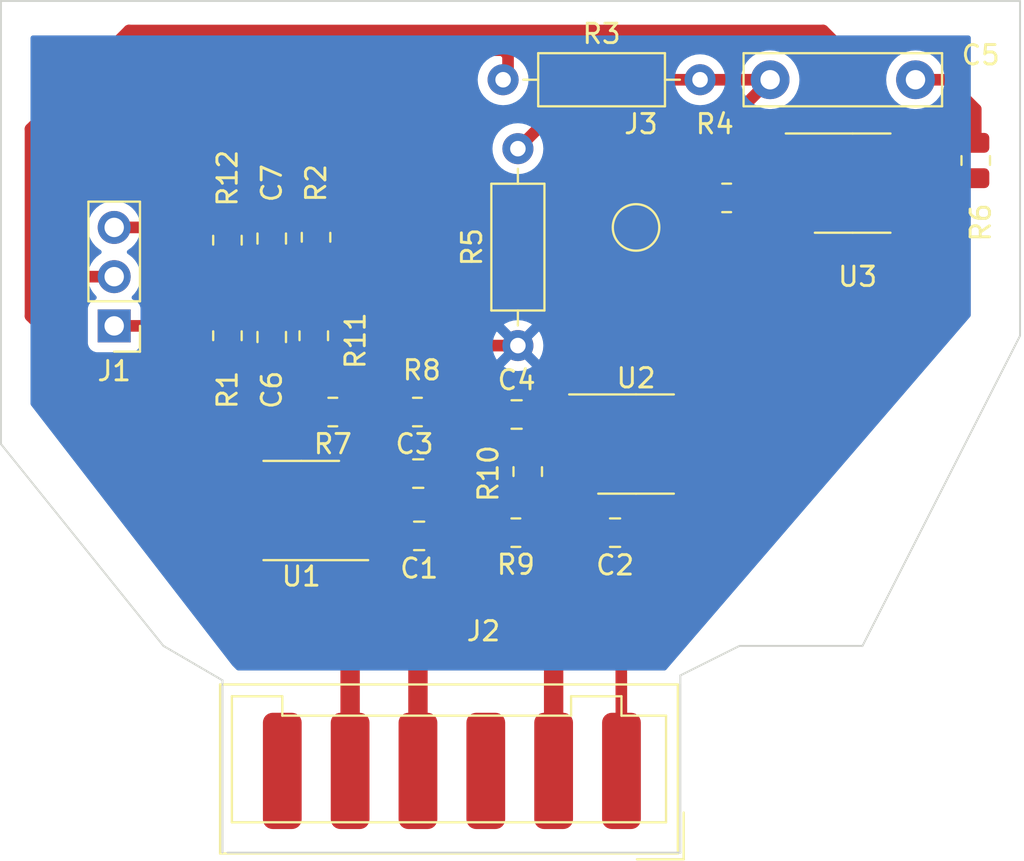
<source format=kicad_pcb>
(kicad_pcb (version 20211014) (generator pcbnew)
  (layers (0 "F.Cu" signal) (31 "B.Cu" signal) (34 "B.Paste" user) (35 "F.Paste" user) (36 "B.SilkS" user "B.Silkscreen") (37 "F.SilkS" user "F.Silkscreen") (38 "B.Mask" user) (39 "F.Mask" user) (44 "Edge.Cuts" user))
  (net 0 "")
  (net 1 "/C")
  (net 2 "Net-(C1-Pad2)")
  (net 3 "Net-(C2-Pad1)")
  (net 4 "Net-(C3-Pad2)")
  (net 5 "Net-(C4-Pad1)")
  (net 6 "Net-(C5-Pad1)")
  (net 7 "Net-(C5-Pad2)")
  (net 8 "Net-(C6-Pad2)")
  (net 9 "Net-(C7-Pad1)")
  (net 10 "Net-(J1-Pad2)")
  (net 11 "Net-(J2-Pad1)")
  (net 14 "Net-(J3-Pad1)")
  (net 15 "Net-(R4-Pad2)")
  (net 16 "Net-(R7-Pad1)")
  (net 17 "Net-(R10-Pad2)")
  (footprint "Resistor_THT:R_Axial_DIN0207_L6.3mm_D2.5mm_P10.16mm_Horizontal" (layer "F.Cu") (at 134.874 109.22)
    (fp_text reference "R3" (at 5.08 -2.37) (layer "F.SilkS"))
    (fp_text value "1Meg")
    (fp_line (start 1.81 1.37) (end 8.35 1.37) (layer "F.SilkS") (width 0.12))
    (fp_line (start 1.81 -1.37) (end 1.81 1.37) (layer "F.SilkS") (width 0.12))
    (fp_line (start 8.35 -1.37) (end 1.81 -1.37) (layer "F.SilkS") (width 0.12))
    (fp_line (start 1.04 0) (end 1.81 0) (layer "F.SilkS") (width 0.12))
    (fp_line (start 8.35 1.37) (end 8.35 -1.37) (layer "F.SilkS") (width 0.12))
    (fp_line (start 9.12 0) (end 8.35 0) (layer "F.SilkS") (width 0.12))
    (pad "1" thru_hole circle (at 0 0) (size 1.6 1.6) (drill 0.8) (layers *.Cu *.Mask) (net 10 "Net-(J1-Pad2)"))
    (pad "2" thru_hole oval (at 10.16 0) (size 1.6 1.6) (drill 0.8) (layers *.Cu *.Mask) (net 7 "Net-(C5-Pad2)"))
  )
  (footprint "Capacitor_SMD:C_0805_2012Metric" (layer "F.Cu") (at 140.65 132.588 180)
    (fp_text reference "C2" (at 0 -1.68) (layer "F.SilkS"))
    (fp_text value "100n")
    (fp_line (start -0.261252 -0.735) (end 0.261252 -0.735) (layer "F.SilkS") (width 0.12))
    (fp_line (start -0.261252 0.735) (end 0.261252 0.735) (layer "F.SilkS") (width 0.12))
    (pad "1" smd roundrect (at -0.95 0 180) (size 1 1.45) (layers "F.Cu" "F.Paste" "F.Mask") (net 3 "Net-(C2-Pad1)"))
    (pad "2" smd roundrect (at 0.95 0 180) (size 1 1.45) (layers "F.Cu" "F.Paste" "F.Mask") (net 1 "/C"))
  )
  (footprint "Resistor_SMD:R_0805_2012Metric" (layer "F.Cu") (at 120.65 122.428 -90)
    (fp_text reference "R1" (at 2.794 0 90) (layer "F.SilkS"))
    (fp_text value "10k")
    (fp_line (start -0.227064 -0.735) (end 0.227064 -0.735) (layer "F.SilkS") (width 0.12))
    (fp_line (start -0.227064 0.735) (end 0.227064 0.735) (layer "F.SilkS") (width 0.12))
    (pad "1" smd roundrect (at -0.9125 0 270) (size 1.025 1.4) (layers "F.Cu" "F.Paste" "F.Mask") (roundrect_rratio 0.243902439) (net 8 "Net-(C6-Pad2)"))
    (pad "2" smd roundrect (at 0.9125 0 270) (size 1.025 1.4) (layers "F.Cu" "F.Paste" "F.Mask") (roundrect_rratio 0.243902439) (net 4 "Net-(C3-Pad2)"))
  )
  (footprint "Capacitor_SMD:C_0805_2012Metric" (layer "F.Cu") (at 122.936 117.414 -90)
    (fp_text reference "C7" (at -2.86 0 90) (layer "F.SilkS"))
    (fp_text value "10n")
    (fp_line (start -0.261252 0.735) (end 0.261252 0.735) (layer "F.SilkS") (width 0.12))
    (fp_line (start -0.261252 -0.735) (end 0.261252 -0.735) (layer "F.SilkS") (width 0.12))
    (pad "1" smd roundrect (at -0.95 0 270) (size 1 1.45) (layers "F.Cu" "F.Paste" "F.Mask") (net 9 "Net-(C7-Pad1)"))
    (pad "2" smd roundrect (at 0.95 0 270) (size 1 1.45) (layers "F.Cu" "F.Paste" "F.Mask") (net 1 "/C"))
  )
  (footprint "Resistor_SMD:R_0805_2012Metric" (layer "F.Cu") (at 159.258 113.3875 90)
    (fp_text reference "R6" (at -3.1985 0.254 90) (layer "F.SilkS"))
    (fp_text value "22k")
    (fp_line (start -0.227064 -0.735) (end 0.227064 -0.735) (layer "F.SilkS") (width 0.12))
    (fp_line (start -0.227064 0.735) (end 0.227064 0.735) (layer "F.SilkS") (width 0.12))
    (pad "1" smd roundrect (at -0.9125 0 90) (size 1.025 1.4) (layers "F.Cu" "F.Paste" "F.Mask") (roundrect_rratio 0.243902439) (net 11 "Net-(J2-Pad1)"))
    (pad "2" smd roundrect (at 0.9125 0 90) (size 1.025 1.4) (layers "F.Cu" "F.Paste" "F.Mask") (roundrect_rratio 0.243902439) (net 6 "Net-(C5-Pad1)"))
  )
  (footprint "Resistor_THT:R_Axial_DIN0207_L6.3mm_D2.5mm_P10.16mm_Horizontal" (layer "F.Cu") (at 135.636 122.936 90)
    (fp_text reference "R5" (at 5.08 -2.37 90) (layer "F.SilkS"))
    (fp_text value "100k")
    (fp_line (start 1.04 0) (end 1.81 0) (layer "F.SilkS") (width 0.12))
    (fp_line (start 1.81 -1.37) (end 1.81 1.37) (layer "F.SilkS") (width 0.12))
    (fp_line (start 1.81 1.37) (end 8.35 1.37) (layer "F.SilkS") (width 0.12))
    (fp_line (start 9.12 0) (end 8.35 0) (layer "F.SilkS") (width 0.12))
    (fp_line (start 8.35 -1.37) (end 1.81 -1.37) (layer "F.SilkS") (width 0.12))
    (fp_line (start 8.35 1.37) (end 8.35 -1.37) (layer "F.SilkS") (width 0.12))
    (pad "1" thru_hole circle (at 0 0 90) (size 1.6 1.6) (drill 0.8) (layers *.Cu *.Mask) (net 1 "/C"))
    (pad "2" thru_hole oval (at 10.16 0 90) (size 1.6 1.6) (drill 0.8) (layers *.Cu *.Mask) (net 7 "Net-(C5-Pad2)"))
  )
  (footprint "Resistor_SMD:R_0805_2012Metric" (layer "F.Cu") (at 120.65 117.4985 -90)
    (fp_text reference "R12" (at -3.1985 0 90) (layer "F.SilkS"))
    (fp_text value "270")
    (fp_line (start -0.227064 0.735) (end 0.227064 0.735) (layer "F.SilkS") (width 0.12))
    (fp_line (start -0.227064 -0.735) (end 0.227064 -0.735) (layer "F.SilkS") (width 0.12))
    (pad "1" smd roundrect (at -0.9125 0 270) (size 1.025 1.4) (layers "F.Cu" "F.Paste" "F.Mask") (roundrect_rratio 0.243902439) (net 9 "Net-(C7-Pad1)"))
    (pad "2" smd roundrect (at 0.9125 0 270) (size 1.025 1.4) (layers "F.Cu" "F.Paste" "F.Mask") (roundrect_rratio 0.243902439) (net 1 "/C"))
  )
  (footprint "Package_SO:SOIC-8_3.9x4.9mm_P1.27mm" (layer "F.Cu") (at 152.908 114.554)
    (fp_text reference "U3" (at 0.254 4.826) (layer "F.SilkS"))
    (fp_text value "LMC6081")
    (fp_line (start 0 -2.56) (end 1.95 -2.56) (layer "F.SilkS") (width 0.12))
    (fp_line (start 0 2.56) (end -1.95 2.56) (layer "F.SilkS") (width 0.12))
    (fp_line (start 0 2.56) (end 1.95 2.56) (layer "F.SilkS") (width 0.12))
    (fp_line (start 0 -2.56) (end -3.45 -2.56) (layer "F.SilkS") (width 0.12))
    (pad "1" smd roundrect (at -2.475 -1.905) (size 1.95 0.6) (layers "F.Cu" "F.Paste" "F.Mask"))
    (pad "2" smd roundrect (at -2.475 -0.635) (size 1.95 0.6) (layers "F.Cu" "F.Paste" "F.Mask") (net 7 "Net-(C5-Pad2)"))
    (pad "3" smd roundrect (at -2.475 0.635) (size 1.95 0.6) (layers "F.Cu" "F.Paste" "F.Mask") (net 15 "Net-(R4-Pad2)"))
    (pad "4" smd roundrect (at -2.475 1.905) (size 1.95 0.6) (layers "F.Cu" "F.Paste" "F.Mask") (net 5 "Net-(C4-Pad1)"))
    (pad "5" smd roundrect (at 2.475 1.905) (size 1.95 0.6) (layers "F.Cu" "F.Paste" "F.Mask"))
    (pad "6" smd roundrect (at 2.475 0.635) (size 1.95 0.6) (layers "F.Cu" "F.Paste" "F.Mask") (net 11 "Net-(J2-Pad1)"))
    (pad "7" smd roundrect (at 2.475 -0.635) (size 1.95 0.6) (layers "F.Cu" "F.Paste" "F.Mask") (net 4 "Net-(C3-Pad2)"))
    (pad "8" smd roundrect (at 2.475 -1.905) (size 1.95 0.6) (layers "F.Cu" "F.Paste" "F.Mask"))
  )
  (footprint "Resistor_SMD:R_0805_2012Metric" (layer "F.Cu") (at 136.144 129.4365 -90)
    (fp_text reference "R10" (at 0.1035 2.032 90) (layer "F.SilkS"))
    (fp_text value "1000")
    (fp_line (start -0.227064 -0.735) (end 0.227064 -0.735) (layer "F.SilkS") (width 0.12))
    (fp_line (start -0.227064 0.735) (end 0.227064 0.735) (layer "F.SilkS") (width 0.12))
    (pad "1" smd roundrect (at -0.9125 0 270) (size 1.025 1.4) (layers "F.Cu" "F.Paste" "F.Mask") (roundrect_rratio 0.243902439) (net 5 "Net-(C4-Pad1)"))
    (pad "2" smd roundrect (at 0.9125 0 270) (size 1.025 1.4) (layers "F.Cu" "F.Paste" "F.Mask") (roundrect_rratio 0.243902439) (net 17 "Net-(R10-Pad2)"))
  )
  (footprint "Capacitor_SMD:C_0805_2012Metric" (layer "F.Cu") (at 122.936 122.494 90)
    (fp_text reference "C6" (at -2.728 0 90) (layer "F.SilkS"))
    (fp_text value "10n")
    (fp_line (start -0.261252 -0.735) (end 0.261252 -0.735) (layer "F.SilkS") (width 0.12))
    (fp_line (start -0.261252 0.735) (end 0.261252 0.735) (layer "F.SilkS") (width 0.12))
    (pad "1" smd roundrect (at -0.95 0 90) (size 1 1.45) (layers "F.Cu" "F.Paste" "F.Mask") (net 1 "/C"))
    (pad "2" smd roundrect (at 0.95 0 90) (size 1 1.45) (layers "F.Cu" "F.Paste" "F.Mask") (net 8 "Net-(C6-Pad2)"))
  )
  (footprint "Resistor_SMD:R_0805_2012Metric" (layer "F.Cu") (at 130.4525 126.365 180)
    (fp_text reference "R8" (at -0.227064 2.159) (layer "F.SilkS"))
    (fp_text value "4700")
    (fp_line (start -0.227064 0.735) (end 0.227064 0.735) (layer "F.SilkS") (width 0.12))
    (fp_line (start -0.227064 -0.735) (end 0.227064 -0.735) (layer "F.SilkS") (width 0.12))
    (pad "1" smd roundrect (at -0.9125 0 180) (size 1.025 1.4) (layers "F.Cu" "F.Paste" "F.Mask") (roundrect_rratio 0.243902439) (net 1 "/C"))
    (pad "2" smd roundrect (at 0.9125 0 180) (size 1.025 1.4) (layers "F.Cu" "F.Paste" "F.Mask") (roundrect_rratio 0.243902439) (net 16 "Net-(R7-Pad1)"))
  )
  (footprint "TestPoint:TestPoint_Pad_D2.0mm" (layer "F.Cu") (at 141.732 116.84)
    (fp_text reference "J3" (at 0.254 -5.334) (layer "F.SilkS"))
    (fp_text value "Air_Pin")
    (fp_circle (center 0 0) (end 0 1.2) (layer "F.SilkS") (width 0.12) (fill none))
    (pad "1" smd circle (at 0 0) (size 2 2) (layers "F.Cu" "F.Mask") (net 14 "Net-(J3-Pad1)"))
  )
  (footprint "Resistor_SMD:R_0805_2012Metric" (layer "F.Cu") (at 126.0875 126.365 180)
    (fp_text reference "R7" (at 0 -1.65) (layer "F.SilkS"))
    (fp_text value "1000")
    (fp_line (start -0.227064 -0.735) (end 0.227064 -0.735) (layer "F.SilkS") (width 0.12))
    (fp_line (start -0.227064 0.735) (end 0.227064 0.735) (layer "F.SilkS") (width 0.12))
    (pad "1" smd roundrect (at -0.9125 0 180) (size 1.025 1.4) (layers "F.Cu" "F.Paste" "F.Mask") (roundrect_rratio 0.243902439) (net 16 "Net-(R7-Pad1)"))
    (pad "2" smd roundrect (at 0.9125 0 180) (size 1.025 1.4) (layers "F.Cu" "F.Paste" "F.Mask") (roundrect_rratio 0.243902439) (net 4 "Net-(C3-Pad2)"))
  )
  (footprint "Resistor_SMD:R_0805_2012Metric" (layer "F.Cu") (at 146.4075 115.316)
    (fp_text reference "R4" (at -0.6115 -3.81) (layer "F.SilkS"))
    (fp_text value "100k")
    (fp_line (start -0.227064 -0.735) (end 0.227064 -0.735) (layer "F.SilkS") (width 0.12))
    (fp_line (start -0.227064 0.735) (end 0.227064 0.735) (layer "F.SilkS") (width 0.12))
    (pad "1" smd roundrect (at -0.9125 0) (size 1.025 1.4) (layers "F.Cu" "F.Paste" "F.Mask") (roundrect_rratio 0.243902439) (net 14 "Net-(J3-Pad1)"))
    (pad "2" smd roundrect (at 0.9125 0) (size 1.025 1.4) (layers "F.Cu" "F.Paste" "F.Mask") (roundrect_rratio 0.243902439) (net 15 "Net-(R4-Pad2)"))
  )
  (footprint "Capacitor_SMD:C_0805_2012Metric" (layer "F.Cu") (at 130.495 129.54 180)
    (fp_text reference "C3" (at 0.193 1.524) (layer "F.SilkS"))
    (fp_text value "100n")
    (fp_line (start -0.261252 0.735) (end 0.261252 0.735) (layer "F.SilkS") (width 0.12))
    (fp_line (start -0.261252 -0.735) (end 0.261252 -0.735) (layer "F.SilkS") (width 0.12))
    (pad "1" smd roundrect (at -0.95 0 180) (size 1 1.45) (layers "F.Cu" "F.Paste" "F.Mask") (net 1 "/C"))
    (pad "2" smd roundrect (at 0.95 0 180) (size 1 1.45) (layers "F.Cu" "F.Paste" "F.Mask") (net 4 "Net-(C3-Pad2)"))
  )
  (footprint "Capacitor_SMD:C_0805_2012Metric" (layer "F.Cu") (at 130.541252 132.753748 180)
    (fp_text reference "C1" (at 0 -1.68) (layer "F.SilkS"))
    (fp_text value "100n")
    (fp_line (start -0.261252 0.735) (end 0.261252 0.735) (layer "F.SilkS") (width 0.12))
    (fp_line (start -0.261252 -0.735) (end 0.261252 -0.735) (layer "F.SilkS") (width 0.12))
    (pad "1" smd roundrect (at -0.95 0 180) (size 1 1.45) (layers "F.Cu" "F.Paste" "F.Mask") (net 1 "/C"))
    (pad "2" smd roundrect (at 0.95 0 180) (size 1 1.45) (layers "F.Cu" "F.Paste" "F.Mask") (net 2 "Net-(C1-Pad2)"))
  )
  (footprint "Connector_Wago:Wago_734-136_1x06_P3.50mm_Vertical" (layer "F.Cu") (at 140.98 144.88 180)
    (fp_text reference "J2" (at 7.122 7.212) (layer "F.SilkS"))
    (fp_text value "Edge_J104")
    (fp_line (start 17.5 2.85) (end 17.5 3.85) (layer "F.SilkS") (width 0.12))
    (fp_line (start 0 3.85) (end 2.6 3.85) (layer "F.SilkS") (width 0.12))
    (fp_line (start 17.5 3.85) (end 20.1 3.85) (layer "F.SilkS") (width 0.12))
    (fp_line (start 20.71 -4.26) (end -2.91 -4.26) (layer "F.SilkS") (width 0.12))
    (fp_line (start -2.3 2.85) (end 0 2.85) (layer "F.SilkS") (width 0.12))
    (fp_line (start 20.1 -2.65) (end -2.3 -2.65) (layer "F.SilkS") (width 0.12))
    (fp_line (start 20.71 4.46) (end 20.71 -4.26) (layer "F.SilkS") (width 0.12))
    (fp_line (start -3.21 -2.15) (end -3.21 -4.56) (layer "F.SilkS") (width 0.12))
    (fp_line (start -2.91 -4.26) (end -2.91 4.46) (layer "F.SilkS") (width 0.12))
    (fp_line (start -2.3 -2.65) (end -2.3 2.85) (layer "F.SilkS") (width 0.12))
    (fp_line (start 2.6 3.85) (end 2.6 2.85) (layer "F.SilkS") (width 0.12))
    (fp_line (start 2.6 2.85) (end 17.5 2.85) (layer "F.SilkS") (width 0.12))
    (fp_line (start 20.1 3.85) (end 20.1 -2.65) (layer "F.SilkS") (width 0.12))
    (fp_line (start -3.21 -4.56) (end -0.8 -4.56) (layer "F.SilkS") (width 0.12))
    (fp_line (start -2.91 4.46) (end 20.71 4.46) (layer "F.SilkS") (width 0.12))
    (fp_line (start 0 2.85) (end 0 3.85) (layer "F.SilkS") (width 0.12))
    (pad "1" smd roundrect (at 0 0 180) (size 2 6) (layers "F.Cu" "F.Paste" "F.Mask") (net 11 "Net-(J2-Pad1)"))
    (pad "2" smd roundrect (at 3.5 0 180) (size 2 6) (layers "F.Cu" "F.Paste" "F.Mask") (net 3 "Net-(C2-Pad1)"))
    (pad "3" smd roundrect (at 7 0 180) (size 2 6) (layers "F.Cu" "F.Paste" "F.Mask"))
    (pad "4" smd roundrect (at 10.5 0 180) (size 2 6) (layers "F.Cu" "F.Paste" "F.Mask") (net 1 "/C"))
    (pad "5" smd roundrect (at 14 0 180) (size 2 6) (layers "F.Cu" "F.Paste" "F.Mask") (net 2 "Net-(C1-Pad2)"))
    (pad "6" smd roundrect (at 17.5 0 180) (size 2 6) (layers "F.Cu" "F.Paste" "F.Mask"))
  )
  (footprint "Resistor_SMD:R_0805_2012Metric" (layer "F.Cu") (at 125.222 117.348 90)
    (fp_text reference "R2" (at 2.794 0 90) (layer "F.SilkS"))
    (fp_text value "10k")
    (fp_line (start -0.227064 0.735) (end 0.227064 0.735) (layer "F.SilkS") (width 0.12))
    (fp_line (start -0.227064 -0.735) (end 0.227064 -0.735) (layer "F.SilkS") (width 0.12))
    (pad "1" smd roundrect (at -0.9125 0 90) (size 1.025 1.4) (layers "F.Cu" "F.Paste" "F.Mask") (roundrect_rratio 0.243902439) (net 5 "Net-(C4-Pad1)"))
    (pad "2" smd roundrect (at 0.9125 0 90) (size 1.025 1.4) (layers "F.Cu" "F.Paste" "F.Mask") (roundrect_rratio 0.243902439) (net 9 "Net-(C7-Pad1)"))
  )
  (footprint "Package_SO:SOIC-8_3.9x4.9mm_P1.27mm" (layer "F.Cu") (at 141.732 128.016)
    (fp_text reference "U2" (at 0 -3.4) (layer "F.SilkS"))
    (fp_text value "LM337L_SO8")
    (fp_line (start 0 -2.56) (end 1.95 -2.56) (layer "F.SilkS") (width 0.12))
    (fp_line (start 0 2.56) (end 1.95 2.56) (layer "F.SilkS") (width 0.12))
    (fp_line (start 0 -2.56) (end -3.45 -2.56) (layer "F.SilkS") (width 0.12))
    (fp_line (start 0 2.56) (end -1.95 2.56) (layer "F.SilkS") (width 0.12))
    (pad "1" smd roundrect (at -2.475 -1.905) (size 1.95 0.6) (layers "F.Cu" "F.Paste" "F.Mask") (net 5 "Net-(C4-Pad1)"))
    (pad "2" smd roundrect (at -2.475 -0.635) (size 1.95 0.6) (layers "F.Cu" "F.Paste" "F.Mask") (net 3 "Net-(C2-Pad1)"))
    (pad "3" smd roundrect (at -2.475 0.635) (size 1.95 0.6) (layers "F.Cu" "F.Paste" "F.Mask") (net 3 "Net-(C2-Pad1)"))
    (pad "4" smd roundrect (at -2.475 1.905) (size 1.95 0.6) (layers "F.Cu" "F.Paste" "F.Mask") (net 17 "Net-(R10-Pad2)"))
    (pad "5" smd roundrect (at 2.475 1.905) (size 1.95 0.6) (layers "F.Cu" "F.Paste" "F.Mask"))
    (pad "6" smd roundrect (at 2.475 0.635) (size 1.95 0.6) (layers "F.Cu" "F.Paste" "F.Mask") (net 3 "Net-(C2-Pad1)"))
    (pad "7" smd roundrect (at 2.475 -0.635) (size 1.95 0.6) (layers "F.Cu" "F.Paste" "F.Mask") (net 3 "Net-(C2-Pad1)"))
    (pad "8" smd roundrect (at 2.475 -1.905) (size 1.95 0.6) (layers "F.Cu" "F.Paste" "F.Mask"))
  )
  (footprint "Connector_PinHeader_2.54mm:PinHeader_1x03_P2.54mm_Vertical" (layer "F.Cu") (at 114.808 121.92 180)
    (fp_text reference "J1" (at 0 -2.33) (layer "F.SilkS"))
    (fp_text value "1K_Zero")
    (fp_line (start -1.33 1.27) (end 1.33 1.27) (layer "F.SilkS") (width 0.12))
    (fp_line (start -1.33 0) (end -1.33 -1.33) (layer "F.SilkS") (width 0.12))
    (fp_line (start -1.33 1.27) (end -1.33 6.41) (layer "F.SilkS") (width 0.12))
    (fp_line (start 1.33 1.27) (end 1.33 6.41) (layer "F.SilkS") (width 0.12))
    (fp_line (start -1.33 6.41) (end 1.33 6.41) (layer "F.SilkS") (width 0.12))
    (fp_line (start -1.33 -1.33) (end 0 -1.33) (layer "F.SilkS") (width 0.12))
    (pad "1" thru_hole rect (at 0 0 180) (size 1.7 1.7) (drill 1) (layers *.Cu *.Mask) (net 8 "Net-(C6-Pad2)"))
    (pad "2" thru_hole oval (at 0 2.54 180) (size 1.7 1.7) (drill 1) (layers *.Cu *.Mask) (net 10 "Net-(J1-Pad2)"))
    (pad "3" thru_hole oval (at 0 5.08 180) (size 1.7 1.7) (drill 1) (layers *.Cu *.Mask) (net 9 "Net-(C7-Pad1)"))
  )
  (footprint "Resistor_SMD:R_0805_2012Metric" (layer "F.Cu") (at 125.105 122.428 90)
    (fp_text reference "R11" (at -0.254 2.149 90) (layer "F.SilkS"))
    (fp_text value "270")
    (fp_line (start -0.227064 -0.735) (end 0.227064 -0.735) (layer "F.SilkS") (width 0.12))
    (fp_line (start -0.227064 0.735) (end 0.227064 0.735) (layer "F.SilkS") (width 0.12))
    (pad "1" smd roundrect (at -0.9125 0 90) (size 1.025 1.4) (layers "F.Cu" "F.Paste" "F.Mask") (roundrect_rratio 0.243902439) (net 1 "/C"))
    (pad "2" smd roundrect (at 0.9125 0 90) (size 1.025 1.4) (layers "F.Cu" "F.Paste" "F.Mask") (roundrect_rratio 0.243902439) (net 8 "Net-(C6-Pad2)"))
  )
  (footprint "Resistor_SMD:R_0805_2012Metric" (layer "F.Cu") (at 135.5325 132.588 180)
    (fp_text reference "R9" (at 0 -1.65) (layer "F.SilkS"))
    (fp_text value "4700")
    (fp_line (start -0.227064 0.735) (end 0.227064 0.735) (layer "F.SilkS") (width 0.12))
    (fp_line (start -0.227064 -0.735) (end 0.227064 -0.735) (layer "F.SilkS") (width 0.12))
    (pad "1" smd roundrect (at -0.9125 0 180) (size 1.025 1.4) (layers "F.Cu" "F.Paste" "F.Mask") (roundrect_rratio 0.243902439) (net 17 "Net-(R10-Pad2)"))
    (pad "2" smd roundrect (at 0.9125 0 180) (size 1.025 1.4) (layers "F.Cu" "F.Paste" "F.Mask") (roundrect_rratio 0.243902439) (net 1 "/C"))
  )
  (footprint "Package_SO:SOIC-8_3.9x4.9mm_P1.27mm" (layer "F.Cu") (at 124.46 131.445 180)
    (fp_text reference "U1" (at 0 -3.4) (layer "F.SilkS"))
    (fp_text value "LM317L_SO8")
    (fp_line (start 0 -2.56) (end -3.45 -2.56) (layer "F.SilkS") (width 0.12))
    (fp_line (start 0 -2.56) (end 1.95 -2.56) (layer "F.SilkS") (width 0.12))
    (fp_line (start 0 2.56) (end 1.95 2.56) (layer "F.SilkS") (width 0.12))
    (fp_line (start 0 2.56) (end -1.95 2.56) (layer "F.SilkS") (width 0.12))
    (pad "1" smd roundrect (at -2.475 -1.905 180) (size 1.95 0.6) (layers "F.Cu" "F.Paste" "F.Mask") (net 2 "Net-(C1-Pad2)"))
    (pad "2" smd roundrect (at -2.475 -0.635 180) (size 1.95 0.6) (layers "F.Cu" "F.Paste" "F.Mask") (net 4 "Net-(C3-Pad2)"))
    (pad "3" smd roundrect (at -2.475 0.635 180) (size 1.95 0.6) (layers "F.Cu" "F.Paste" "F.Mask") (net 4 "Net-(C3-Pad2)"))
    (pad "4" smd roundrect (at -2.475 1.905 180) (size 1.95 0.6) (layers "F.Cu" "F.Paste" "F.Mask") (net 16 "Net-(R7-Pad1)"))
    (pad "5" smd roundrect (at 2.475 1.905 180) (size 1.95 0.6) (layers "F.Cu" "F.Paste" "F.Mask"))
    (pad "6" smd roundrect (at 2.475 0.635 180) (size 1.95 0.6) (layers "F.Cu" "F.Paste" "F.Mask") (net 4 "Net-(C3-Pad2)"))
    (pad "7" smd roundrect (at 2.475 -0.635 180) (size 1.95 0.6) (layers "F.Cu" "F.Paste" "F.Mask") (net 4 "Net-(C3-Pad2)"))
    (pad "8" smd roundrect (at 2.475 -1.905 180) (size 1.95 0.6) (layers "F.Cu" "F.Paste" "F.Mask"))
  )
  (footprint "Capacitor_SMD:C_0805_2012Metric" (layer "F.Cu") (at 135.57 126.492 180)
    (fp_text reference "C4" (at 0 1.778) (layer "F.SilkS"))
    (fp_text value "100n")
    (fp_line (start -0.261252 -0.735) (end 0.261252 -0.735) (layer "F.SilkS") (width 0.12))
    (fp_line (start -0.261252 0.735) (end 0.261252 0.735) (layer "F.SilkS") (width 0.12))
    (pad "1" smd roundrect (at -0.95 0 180) (size 1 1.45) (layers "F.Cu" "F.Paste" "F.Mask") (net 5 "Net-(C4-Pad1)"))
    (pad "2" smd roundrect (at 0.95 0 180) (size 1 1.45) (layers "F.Cu" "F.Paste" "F.Mask") (net 1 "/C"))
  )
  (footprint "Capacitor_THT:C_Rect_L10.0mm_W2.5mm_P7.50mm_MKS4" (layer "F.Cu") (at 156.15 109.22 180)
    (fp_text reference "C5" (at -3.362 1.27) (layer "F.SilkS"))
    (fp_text value "100p")
    (fp_line (start -1.37 1.37) (end 8.87 1.37) (layer "F.SilkS") (width 0.12))
    (fp_line (start 8.87 -1.37) (end 8.87 1.37) (layer "F.SilkS") (width 0.12))
    (fp_line (start -1.37 -1.37) (end 8.87 -1.37) (layer "F.SilkS") (width 0.12))
    (fp_line (start -1.37 -1.37) (end -1.37 1.37) (layer "F.SilkS") (width 0.12))
    (pad "1" thru_hole circle (at 0 0 180) (size 2 2) (drill 1) (layers *.Cu *.Mask) (net 6 "Net-(C5-Pad1)"))
    (pad "2" thru_hole circle (at 7.5 0 180) (size 2 2) (drill 1) (layers *.Cu *.Mask) (net 7 "Net-(C5-Pad2)"))
  )
  (gr_line (start 144.018 139.954) (end 147.066 138.43) (layer "Edge.Cuts") (width 0.1))
  (gr_line (start 108.966 128.016) (end 117.348 138.43) (layer "Edge.Cuts") (width 0.1))
  (gr_line (start 147.066 138.43) (end 153.416 138.43) (layer "Edge.Cuts") (width 0.1))
  (gr_line (start 144.018 149.098) (end 144.018 139.954) (layer "Edge.Cuts") (width 0.1))
  (gr_line (start 153.416 138.43) (end 161.544 122.428) (layer "Edge.Cuts") (width 0.1))
  (gr_line (start 117.348 138.43) (end 120.396 140.208) (layer "Edge.Cuts") (width 0.1))
  (gr_line (start 161.544 105.156) (end 108.966 105.156) (layer "Edge.Cuts") (width 0.1))
  (gr_line (start 161.544 122.428) (end 161.544 105.156) (layer "Edge.Cuts") (width 0.1))
  (gr_line (start 120.65 149.098) (end 144.018 149.098) (layer "Edge.Cuts") (width 0.1))
  (gr_line (start 108.966 105.156) (end 108.966 128.016) (layer "Edge.Cuts") (width 0.1))
  (gr_line (start 120.396 140.208) (end 120.396 149.098) (layer "Edge.Cuts") (width 0.1))
  (segment (start 131.491252 132.753748) (end 131.491252 133.015252) (width 0.6) (layer "F.Cu") (net 1))
  (segment (start 123.698 119.888) (end 127 119.888) (width 1) (layer "F.Cu") (net 1))
  (segment (start 133.096 124.46) (end 132.715 124.079) (width 0.6) (layer "F.Cu") (net 1))
  (segment (start 120.65 118.411) (end 122.889 118.411) (width 0.6) (layer "F.Cu") (net 1))
  (segment (start 133.096 134.112) (end 133.096 134.62) (width 0.6) (layer "F.Cu") (net 1))
  (segment (start 131.491252 133.015252) (end 133.096 134.62) (width 0.6) (layer "F.Cu") (net 1))
  (segment (start 131.445 126.445) (end 131.365 126.365) (width 0.6) (layer "F.Cu") (net 1))
  (segment (start 127 119.888) (end 130.4525 123.3405) (width 1) (layer "F.Cu") (net 1))
  (segment (start 131.491252 132.753748) (end 131.491252 129.586252) (width 0.6) (layer "F.Cu") (net 1))
  (segment (start 137.668 135.128) (end 133.604 135.128) (width 0.6) (layer "F.Cu") (net 1))
  (segment (start 125.7635 123.444) (end 125.867 123.3405) (width 0.6) (layer "F.Cu") (net 1))
  (segment (start 134.62 132.588) (end 133.096 134.112) (width 0.6) (layer "F.Cu") (net 1))
  (segment (start 122.936 118.364) (end 123.444 118.872) (width 0.6) (layer "F.Cu") (net 1))
  (segment (start 125.867 123.3405) (end 131.4215 123.3405) (width 1) (layer "F.Cu") (net 1))
  (segment (start 123.21 123.444) (end 125.7635 123.444) (width 0.6) (layer "F.Cu") (net 1))
  (segment (start 133.096 135.128) (end 133.096 134.62) (width 0.6) (layer "F.Cu") (net 1))
  (segment (start 122.889 118.411) (end 122.936 118.364) (width 0.6) (layer "F.Cu") (net 1))
  (segment (start 130.4525 123.3405) (end 131.4215 123.3405) (width 0.6) (layer "F.Cu") (net 1))
  (segment (start 134.62 129.54) (end 134.62 126.492) (width 0.6) (layer "F.Cu") (net 1))
  (segment (start 131.4215 123.3405) (end 131.9765 123.3405) (width 0.6) (layer "F.Cu") (net 1))
  (segment (start 137.668 134.62) (end 137.668 135.128) (width 0.6) (layer "F.Cu") (net 1))
  (segment (start 133.096 134.62) (end 133.096 124.46) (width 1) (layer "F.Cu") (net 1))
  (segment (start 130.48 137.744) (end 133.096 135.128) (width 1) (layer "F.Cu") (net 1))
  (segment (start 133.604 135.128) (end 133.096 134.62) (width 0.6) (layer "F.Cu") (net 1))
  (segment (start 123.444 118.872) (end 123.444 119.634) (width 0.6) (layer "F.Cu") (net 1))
  (segment (start 133.858 122.936) (end 132.715 124.079) (width 0.6) (layer "F.Cu") (net 1))
  (segment (start 135.636 122.936) (end 133.858 122.936) (width 0.6) (layer "F.Cu") (net 1))
  (segment (start 134.62 132.588) (end 134.62 129.54) (width 0.6) (layer "F.Cu") (net 1))
  (segment (start 131.491252 129.586252) (end 131.445 129.54) (width 0.6) (layer "F.Cu") (net 1))
  (segment (start 123.444 119.634) (end 123.698 119.888) (width 0.6) (layer "F.Cu") (net 1))
  (segment (start 131.445 129.54) (end 131.445 126.445) (width 0.6) (layer "F.Cu") (net 1))
  (segment (start 130.48 144.88) (end 130.48 137.744) (width 1) (layer "F.Cu") (net 1))
  (segment (start 132.715 124.079) (end 131.9765 123.3405) (width 1) (layer "F.Cu") (net 1))
  (segment (start 139.7 132.588) (end 137.668 134.62) (width 0.6) (layer "F.Cu") (net 1))
  (segment (start 126.98 144.88) (end 126.98 133.395) (width 1) (layer "F.Cu") (net 2))
  (segment (start 126.98 133.395) (end 126.935 133.35) (width 0.6) (layer "F.Cu") (net 2))
  (segment (start 128.995 133.35) (end 129.591252 132.753748) (width 0.6) (layer "F.Cu") (net 2))
  (segment (start 126.935 133.35) (end 128.995 133.35) (width 0.6) (layer "F.Cu") (net 2))
  (segment (start 137.48 138.364) (end 141.732 134.112) (width 1) (layer "F.Cu") (net 3))
  (segment (start 141.732 132.72) (end 141.6 132.588) (width 0.6) (layer "F.Cu") (net 3))
  (segment (start 144.207 127.381) (end 144.207 128.651) (width 0.6) (layer "F.Cu") (net 3))
  (segment (start 141.351 127.381) (end 144.207 127.381) (width 0.6) (layer "F.Cu") (net 3))
  (segment (start 141.732 134.112) (end 141.732 132.72) (width 0.6) (layer "F.Cu") (net 3))
  (segment (start 139.257 127.381) (end 141.351 127.381) (width 0.6) (layer "F.Cu") (net 3))
  (segment (start 141.6 132.588) (end 141.6 127.63) (width 1) (layer "F.Cu") (net 3))
  (segment (start 141.6 127.63) (end 141.351 127.381) (width 0.6) (layer "F.Cu") (net 3))
  (segment (start 137.48 144.88) (end 137.48 138.364) (width 1) (layer "F.Cu") (net 3))
  (segment (start 139.257 128.651) (end 139.257 127.381) (width 0.6) (layer "F.Cu") (net 3))
  (segment (start 156.718 111.252) (end 157.48 112.014) (width 0.6) (layer "F.Cu") (net 4))
  (segment (start 128.275 130.81) (end 129.545 129.54) (width 0.6) (layer "F.Cu") (net 4))
  (segment (start 154.94 111.252) (end 156.718 111.252) (width 0.6) (layer "F.Cu") (net 4))
  (segment (start 115.57 106.68) (end 151.384 106.68) (width 0.6) (layer "F.Cu") (net 4))
  (segment (start 110.49 121.412) (end 114.046 124.968) (width 0.6) (layer "F.Cu") (net 4))
  (segment (start 126.935 130.81) (end 126.935 132.08) (width 0.6) (layer "F.Cu") (net 4))
  (segment (start 114.046 124.968) (end 119.0225 124.968) (width 0.6) (layer "F.Cu") (net 4))
  (segment (start 151.384 106.68) (end 153.67 108.966) (width 0.6) (layer "F.Cu") (net 4))
  (segment (start 123.016 126.365) (end 120.396 123.745) (width 0.6) (layer "F.Cu") (net 4))
  (segment (start 125.175 126.365) (end 124.587 126.365) (width 0.6) (layer "F.Cu") (net 4))
  (segment (start 121.985 132.08) (end 121.985 130.81) (width 0.6) (layer "F.Cu") (net 4))
  (segment (start 125.175 126.365) (end 123.016 126.365) (width 0.6) (layer "F.Cu") (net 4))
  (segment (start 119.0225 124.968) (end 120.65 123.3405) (width 0.6) (layer "F.Cu") (net 4))
  (segment (start 153.67 108.966) (end 153.67 109.982) (width 0.6) (layer "F.Cu") (net 4))
  (segment (start 156.337 113.919) (end 157.48 112.776) (width 0.6) (layer "F.Cu") (net 4))
  (segment (start 126.935 130.81) (end 128.275 130.81) (width 0.6) (layer "F.Cu") (net 4))
  (segment (start 153.67 109.982) (end 154.94 111.252) (width 0.6) (layer "F.Cu") (net 4))
  (segment (start 110.49 111.76) (end 110.49 121.412) (width 0.6) (layer "F.Cu") (net 4))
  (segment (start 124.587 126.365) (end 124.46 126.492) (width 0.6) (layer "F.Cu") (net 4))
  (segment (start 121.985 130.81) (end 126.935 130.81) (width 0.6) (layer "F.Cu") (net 4))
  (segment (start 110.49 111.76) (end 115.57 106.68) (width 0.6) (layer "F.Cu") (net 4))
  (segment (start 155.383 113.919) (end 156.337 113.919) (width 0.6) (layer "F.Cu") (net 4))
  (segment (start 157.48 112.776) (end 157.48 112.014) (width 0.6) (layer "F.Cu") (net 4))
  (segment (start 124.46 126.492) (end 124.46 130.556) (width 0.6) (layer "F.Cu") (net 4))
  (segment (start 150.433 117.791) (end 143.51 124.714) (width 0.6) (layer "F.Cu") (net 5))
  (segment (start 136.652 120.65) (end 137.668 121.666) (width 0.6) (layer "F.Cu") (net 5))
  (segment (start 132.842 120.65) (end 136.652 120.65) (width 0.6) (layer "F.Cu") (net 5))
  (segment (start 137.028 125.984) (end 139.13 125.984) (width 0.6) (layer "F.Cu") (net 5))
  (segment (start 137.668 121.666) (end 137.668 124.714) (width 0.6) (layer "F.Cu") (net 5))
  (segment (start 137.668 124.714) (end 137.668 125.344) (width 0.6) (layer "F.Cu") (net 5))
  (segment (start 150.433 116.459) (end 150.433 117.791) (width 0.6) (layer "F.Cu") (net 5))
  (segment (start 130.5845 118.2605) (end 130.5845 118.3925) (width 0.6) (layer "F.Cu") (net 5))
  (segment (start 125.222 118.2605) (end 130.5845 118.2605) (width 0.6) (layer "F.Cu") (net 5))
  (segment (start 130.5845 118.3925) (end 132.842 120.65) (width 0.6) (layer "F.Cu") (net 5))
  (segment (start 143.51 124.714) (end 137.668 124.714) (width 0.6) (layer "F.Cu") (net 5))
  (segment (start 136.52 126.492) (end 137.028 125.984) (width 0.6) (layer "F.Cu") (net 5))
  (segment (start 136.52 126.492) (end 136.52 128.148) (width 0.6) (layer "F.Cu") (net 5))
  (segment (start 139.13 125.984) (end 139.257 126.111) (width 0.6) (layer "F.Cu") (net 5))
  (segment (start 137.668 125.344) (end 136.52 126.492) (width 0.6) (layer "F.Cu") (net 5))
  (segment (start 136.52 128.148) (end 136.144 128.524) (width 0.6) (layer "F.Cu") (net 5))
  (segment (start 159.258 110.744) (end 157.734 109.22) (width 0.6) (layer "F.Cu") (net 6))
  (segment (start 159.258 112.475) (end 159.258 110.744) (width 0.6) (layer "F.Cu") (net 6))
  (segment (start 157.734 109.22) (end 156.15 109.22) (width 0.6) (layer "F.Cu") (net 6))
  (segment (start 151.765 113.919) (end 152.146 114.3) (width 0.4) (layer "F.Cu") (net 7))
  (segment (start 147.477 110.393) (end 148.65 109.22) (width 0.6) (layer "F.Cu") (net 7))
  (segment (start 152.146 114.3) (end 152.146 115.316) (width 0.4) (layer "F.Cu") (net 7))
  (segment (start 148.844 115.824) (end 148.59 116.078) (width 0.2) (layer "F.Cu") (net 7))
  (segment (start 147.477 112.365) (end 147.477 110.393) (width 0.6) (layer "F.Cu") (net 7))
  (segment (start 148.59 116.078) (end 148.59 117.856) (width 0.4) (layer "F.Cu") (net 7))
  (segment (start 136.144 114.808) (end 138.43 112.522) (width 0.4) (layer "F.Cu") (net 7))
  (segment (start 149.225 113.919) (end 148.336 113.03) (width 0.6) (layer "F.Cu") (net 7))
  (segment (start 138.43 112.522) (end 144.526 112.522) (width 0.4) (layer "F.Cu") (net 7))
  (segment (start 139.192 120.904) (end 136.144 117.856) (width 0.4) (layer "F.Cu") (net 7))
  (segment (start 147.477 112.365) (end 147.32 112.522) (width 0.2) (layer "F.Cu") (net 7))
  (segment (start 148.336 113.03) (end 148.142 113.03) (width 0.6) (layer "F.Cu") (net 7))
  (segment (start 140.208 109.22) (end 145.034 109.22) (width 0.6) (layer "F.Cu") (net 7))
  (segment (start 148.142 113.03) (end 147.477 112.365) (width 0.6) (layer "F.Cu") (net 7))
  (segment (start 152.146 115.316) (end 151.638 115.824) (width 0.2) (layer "F.Cu") (net 7))
  (segment (start 150.433 113.919) (end 149.225 113.919) (width 0.6) (layer "F.Cu") (net 7))
  (segment (start 148.59 117.856) (end 145.542 120.904) (width 0.4) (layer "F.Cu") (net 7))
  (segment (start 150.433 113.919) (end 151.765 113.919) (width 0.4) (layer "F.Cu") (net 7))
  (segment (start 135.636 112.776) (end 138.176 110.236) (width 0.6) (layer "F.Cu") (net 7))
  (segment (start 136.144 117.856) (end 136.144 114.808) (width 0.4) (layer "F.Cu") (net 7))
  (segment (start 145.034 109.22) (end 148.65 109.22) (width 0.6) (layer "F.Cu") (net 7))
  (segment (start 151.638 115.824) (end 148.844 115.824) (width 0.2) (layer "F.Cu") (net 7))
  (segment (start 145.542 120.904) (end 139.192 120.904) (width 0.4) (layer "F.Cu") (net 7))
  (segment (start 139.192 110.236) (end 140.208 109.22) (width 0.6) (layer "F.Cu") (net 7))
  (segment (start 138.176 110.236) (end 139.192 110.236) (width 0.6) (layer "F.Cu") (net 7))
  (segment (start 147.32 112.522) (end 144.78 112.522) (width 0.4) (layer "F.Cu") (net 7))
  (segment (start 120.396 121.92) (end 122.834 121.92) (width 0.6) (layer "F.Cu") (net 8))
  (segment (start 114.808 121.92) (end 120.396 121.92) (width 0.6) (layer "F.Cu") (net 8))
  (segment (start 123.21 121.544) (end 125.8385 121.544) (width 0.6) (layer "F.Cu") (net 8))
  (segment (start 125.8385 121.544) (end 125.867 121.5155) (width 0.6) (layer "F.Cu") (net 8))
  (segment (start 122.834 121.92) (end 123.21 121.544) (width 0.6) (layer "F.Cu") (net 8))
  (segment (start 117.348 116.078) (end 120.142 116.078) (width 0.6) (layer "F.Cu") (net 9))
  (segment (start 122.814 116.586) (end 122.936 116.464) (width 0.6) (layer "F.Cu") (net 9))
  (segment (start 122.9645 116.4355) (end 122.936 116.464) (width 0.6) (layer "F.Cu") (net 9))
  (segment (start 120.65 116.586) (end 122.814 116.586) (width 0.6) (layer "F.Cu") (net 9))
  (segment (start 120.142 116.078) (end 120.65 116.586) (width 0.6) (layer "F.Cu") (net 9))
  (segment (start 114.808 116.84) (end 116.586 116.84) (width 0.6) (layer "F.Cu") (net 9))
  (segment (start 125.222 116.4355) (end 122.9645 116.4355) (width 0.6) (layer "F.Cu") (net 9))
  (segment (start 116.586 116.84) (end 117.348 116.078) (width 0.6) (layer "F.Cu") (net 9))
  (segment (start 135.128 108.966) (end 134.874 109.22) (width 0.6) (layer "F.Cu") (net 10))
  (segment (start 119.888 107.696) (end 134.874 107.696) (width 0.6) (layer "F.Cu") (net 10))
  (segment (start 112.014 115.57) (end 119.888 107.696) (width 0.6) (layer "F.Cu") (net 10))
  (segment (start 114.808 119.38) (end 113.03 119.38) (width 0.6) (layer "F.Cu") (net 10))
  (segment (start 135.128 107.95) (end 135.128 108.966) (width 0.6) (layer "F.Cu") (net 10))
  (segment (start 112.014 118.364) (end 112.014 115.57) (width 0.6) (layer "F.Cu") (net 10))
  (segment (start 134.874 107.696) (end 135.128 107.95) (width 0.6) (layer "F.Cu") (net 10))
  (segment (start 113.03 119.38) (end 112.014 118.364) (width 0.6) (layer "F.Cu") (net 10))
  (segment (start 157.734 119.126) (end 146.05 135.128) (width 0.6) (layer "F.Cu") (net 11))
  (segment (start 157.861 115.189) (end 157.988 115.316) (width 0.6) (layer "F.Cu") (net 11))
  (segment (start 158.496 114.3) (end 157.607 115.189) (width 0.6) (layer "F.Cu") (net 11))
  (segment (start 140.97 138.938) (end 140.98 144.88) (width 0.6) (layer "F.Cu") (net 11))
  (segment (start 155.383 115.189) (end 157.861 115.189) (width 0.6) (layer "F.Cu") (net 11))
  (segment (start 146.05 135.128) (end 140.97 138.938) (width 0.6) (layer "F.Cu") (net 11))
  (segment (start 157.607 115.189) (end 155.383 115.189) (width 0.6) (layer "F.Cu") (net 11))
  (segment (start 157.988 115.316) (end 157.734 119.126) (width 0.6) (layer "F.Cu") (net 11))
  (segment (start 145.495 115.316) (end 143.256 115.316) (width 0.6) (layer "F.Cu") (net 14))
  (segment (start 143.256 115.316) (end 141.732 116.84) (width 0.6) (layer "F.Cu") (net 14))
  (segment (start 150.433 115.189) (end 147.447 115.189) (width 0.6) (layer "F.Cu") (net 15))
  (segment (start 147.447 115.189) (end 147.32 115.316) (width 0.6) (layer "F.Cu") (net 15))
  (segment (start 126.935 126.43) (end 127 126.365) (width 0.6) (layer "F.Cu") (net 16))
  (segment (start 126.935 129.54) (end 126.935 126.43) (width 0.6) (layer "F.Cu") (net 16))
  (segment (start 127 126.365) (end 129.54 126.365) (width 0.6) (layer "F.Cu") (net 16))
  (segment (start 138.829 130.349) (end 139.257 129.921) (width 0.6) (layer "F.Cu") (net 17))
  (segment (start 136.445 130.65) (end 136.144 130.349) (width 0.6) (layer "F.Cu") (net 17))
  (segment (start 136.144 130.349) (end 138.829 130.349) (width 0.6) (layer "F.Cu") (net 17))
  (segment (start 136.445 132.588) (end 136.445 130.65) (width 0.6) (layer "F.Cu") (net 17))
  (zone (net 1) (net_name "/C") (layer "B.Cu") (connect_pads (clearance 0.508)) (min_thickness 0.254) (fill yes (thermal_gap 0.508) (thermal_bridge_width 0.508))
    (polygon (pts (xy 159.004 121.412) (xy 143.256 139.7) (xy 121.158 139.7) (xy 120.904 139.446) (xy 110.49 125.984) (xy 110.49 106.934) (xy 159.004 106.934)))
  )
)
</source>
